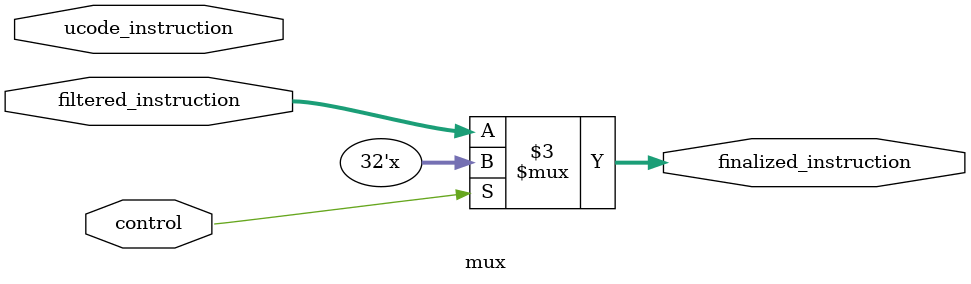
<source format=v>
module mux (

  input wire [31:0] filtered_instruction,
  input wire [31:0] ucode_instruction,
  input wire	    control, //from ucode control verilog block

  output reg [31:0] finalized_instruction

);

  always @(*) begin
     case(control)
	1'b0: finalized_instruction = filtered_instruction;  //0=regular 
	1'b1: finazlized_instruction = ucode_instruction; //1=ucode
     endcase
  end

endmodule

</source>
